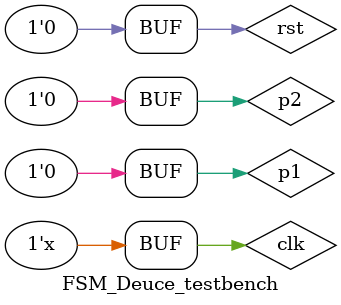
<source format=v>
`timescale 1ns / 1ps


module FSM_Deuce_testbench();

    reg clk, rst, p1, p2;
    wire [3:0] state_out;
        
        FSM_Deuce dut(.clk(clk), .rst(rst), .p1(p1), .p2(p2), .state_out(state_out));
    
        initial begin
        
            clk = 0; 
            rst = 1; //toggling reset to start
            #10
            rst = 0;
            
            
            
            //-----------Deuce->addout->game1->Deuce
            p1 = 0;
            p2 = 0;
            rst = 0;
            #15
            
            p1 = 1;
            p2 = 0;
            rst = 0;
            #15
            
            p1 = 1;
            p2 = 0;
            rst = 0;
            #15
            
            p1 = 0; p2 = 0; rst = 0; //resetting variables
            #15
            
            //----------Deuce->addin->game2->Deuce
            p1 = 0;
            p2 = 1;
            rst = 0;
            #15
            
            p1 = 0;
            p2 = 1;
            rst = 0;
            #15
            
            p1 = 0; p2 = 0; rst = 0; //resetting variables
            #15
            
            //----------Deuce->addout->deuce
            p1 = 1;
            p2 = 0;
            rst = 0;
            #15
            
            p1 = 0;
            p2 = 1;
            rst = 1;
            #15
            
            p1 = 0; p2 = 0; rst = 0; //resetting variables
            #15
            
            //----------Deuce->addout->deuce
            p1 = 0;
            p2 = 1;
            rst = 0;
            #15
            
            p1 = 1;
            p2 = 0;
            rst = 1;
            #15
            
            p1 = 0; p2 = 0; rst = 0; //resetting variables
            
            //----------Deuce->addout->deuce
        
        end
    
    always @(clk) //running clock
    begin
        #5
        clk <= ~clk;
    end

endmodule

</source>
